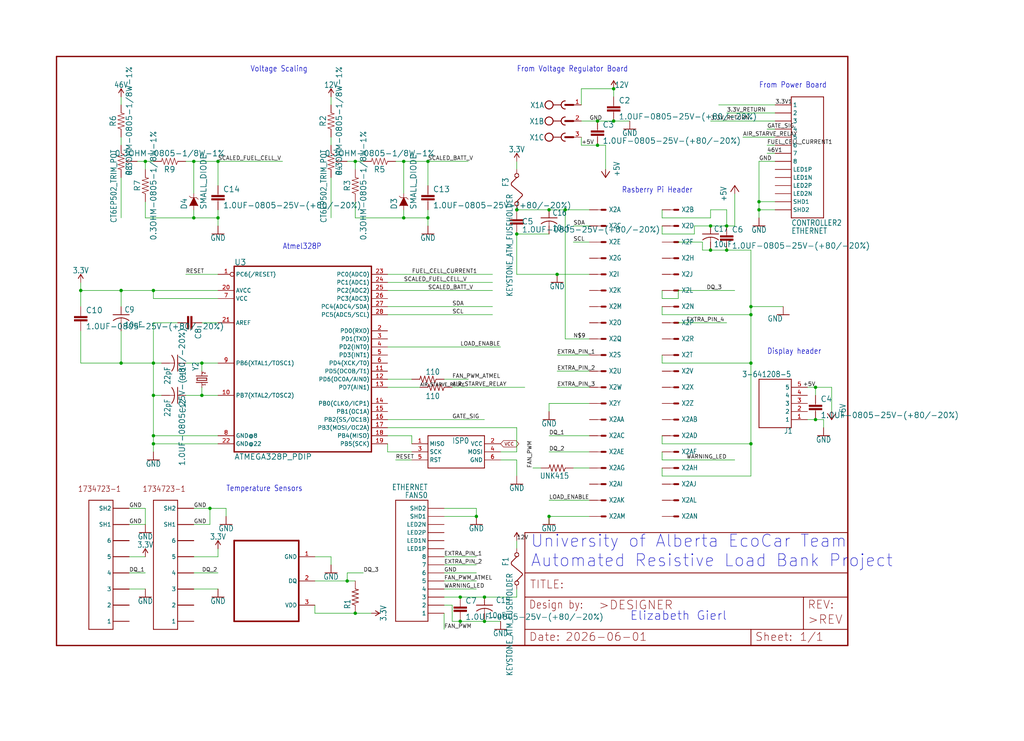
<source format=kicad_sch>
(kicad_sch (version 20230121) (generator eeschema)
  (paper "User" 322.148 233.274)
  (junction (at 68.58 68.58))
  (junction (at 111.76 193.04))
  (junction (at 134.62 50.8))
  (junction (at 38.1 91.44))
  (junction (at 45.72 50.8))
  (junction (at 109.22 182.88))
  (junction (at 228.6 71.12))
  (junction (at 175.26 86.36))
  (junction (at 68.58 50.8))
  (junction (at 172.72 66.04))
  (junction (at 144.78 195.58))
  (junction (at 236.22 96.52))
  (junction (at 256.54 132.08))
  (junction (at 38.1 114.3))
  (junction (at 60.96 68.58))
  (junction (at 48.26 139.7))
  (junction (at 238.76 63.5))
  (junction (at 193.04 38.1))
  (junction (at 144.78 187.96))
  (junction (at 152.4 187.96))
  (junction (at 127 68.58))
  (junction (at 48.26 124.46))
  (junction (at 236.22 114.3))
  (junction (at 187.96 45.72))
  (junction (at 256.54 121.92))
  (junction (at 223.52 78.74))
  (junction (at 152.4 195.58))
  (junction (at 63.5 124.46))
  (junction (at 162.56 66.04))
  (junction (at 223.52 71.12))
  (junction (at 162.56 73.66))
  (junction (at 193.04 27.94))
  (junction (at 48.26 91.44))
  (junction (at 127 50.8))
  (junction (at 48.26 114.3))
  (junction (at 177.8 66.04))
  (junction (at 63.5 114.3))
  (junction (at 187.96 38.1))
  (junction (at 25.4 91.44))
  (junction (at 60.96 50.8))
  (junction (at 238.76 66.04))
  (junction (at 48.26 137.16))
  (junction (at 66.04 160.02))
  (junction (at 134.62 68.58))
  (junction (at 172.72 162.56))
  (junction (at 228.6 78.74))
  (junction (at 149.86 162.56))
  (junction (at 236.22 139.7))
  (junction (at 236.22 99.06))
  (junction (at 111.76 50.8))
  (wire (pts (xy 38.1 104.14) (xy 38.1 114.3)) (stroke (width 0.1524)))
  (wire (pts (xy 38.1 91.44) (xy 38.1 96.52)) (stroke (width 0.1524)))
  (wire (pts (xy 185.42 71.12) (xy 180.34 71.12)) (stroke (width 0.1524)))
  (wire (pts (xy 190.5 45.72) (xy 190.5 53.34)) (stroke (width 0.1524)))
  (wire (pts (xy 109.22 182.88) (xy 109.22 180.34)) (stroke (width 0.1524)))
  (wire (pts (xy 157.48 109.22) (xy 121.92 109.22)) (stroke (width 0.1524)))
  (wire (pts (xy 236.22 78.74) (xy 236.22 96.52)) (stroke (width 0.1524)))
  (wire (pts (xy 124.46 50.8) (xy 127 50.8)) (stroke (width 0.1524)))
  (wire (pts (xy 218.44 71.12) (xy 218.44 73.66)) (stroke (width 0.1524)))
  (wire (pts (xy 38.1 43.18) (xy 38.1 45.72)) (stroke (width 0.1524)))
  (wire (pts (xy 121.92 142.24) (xy 129.54 142.24)) (stroke (width 0.1524)))
  (wire (pts (xy 144.78 195.58) (xy 152.4 195.58)) (stroke (width 0.1524)))
  (wire (pts (xy 185.42 157.48) (xy 172.72 157.48)) (stroke (width 0.1524)))
  (wire (pts (xy 58.42 50.8) (xy 60.96 50.8)) (stroke (width 0.1524)))
  (wire (pts (xy 111.76 68.58) (xy 127 68.58)) (stroke (width 0.1524)))
  (wire (pts (xy 68.58 66.04) (xy 68.58 68.58)) (stroke (width 0.1524)))
  (wire (pts (xy 185.42 121.92) (xy 175.26 121.92)) (stroke (width 0.1524)))
  (wire (pts (xy 45.72 50.8) (xy 48.26 50.8)) (stroke (width 0.1524)))
  (wire (pts (xy 213.36 76.2) (xy 220.98 76.2)) (stroke (width 0.1524)))
  (wire (pts (xy 104.14 55.88) (xy 104.14 68.58)) (stroke (width 0.1524)))
  (wire (pts (xy 60.96 50.8) (xy 68.58 50.8)) (stroke (width 0.1524)))
  (wire (pts (xy 175.26 86.36) (xy 185.42 86.36)) (stroke (width 0.1524)))
  (wire (pts (xy 25.4 114.3) (xy 38.1 114.3)) (stroke (width 0.1524)))
  (wire (pts (xy 208.28 114.3) (xy 236.22 114.3)) (stroke (width 0.1524)))
  (wire (pts (xy 261.62 121.92) (xy 261.62 129.54)) (stroke (width 0.1524)))
  (wire (pts (xy 256.54 132.08) (xy 259.08 132.08)) (stroke (width 0.1524)))
  (wire (pts (xy 139.7 190.5) (xy 142.24 190.5)) (stroke (width 0.1524)))
  (wire (pts (xy 208.28 68.58) (xy 208.28 66.04)) (stroke (width 0.1524)))
  (wire (pts (xy 48.26 124.46) (xy 48.26 137.16)) (stroke (width 0.1524)))
  (wire (pts (xy 223.52 66.04) (xy 223.52 68.58)) (stroke (width 0.1524)))
  (wire (pts (xy 109.22 182.88) (xy 111.76 182.88)) (stroke (width 0.1524)))
  (wire (pts (xy 139.7 187.96) (xy 144.78 187.96)) (stroke (width 0.1524)))
  (wire (pts (xy 60.96 68.58) (xy 68.58 68.58)) (stroke (width 0.1524)))
  (wire (pts (xy 256.54 121.92) (xy 261.62 121.92)) (stroke (width 0.1524)))
  (wire (pts (xy 152.4 187.96) (xy 162.56 187.96)) (stroke (width 0.1524)))
  (wire (pts (xy 55.88 101.6) (xy 48.26 101.6)) (stroke (width 0.1524)))
  (wire (pts (xy 236.22 99.06) (xy 236.22 96.52)) (stroke (width 0.1524)))
  (wire (pts (xy 228.6 78.74) (xy 236.22 78.74)) (stroke (width 0.1524)))
  (wire (pts (xy 25.4 104.14) (xy 25.4 114.3)) (stroke (width 0.1524)))
  (wire (pts (xy 60.96 66.04) (xy 60.96 68.58)) (stroke (width 0.1524)))
  (wire (pts (xy 121.92 119.38) (xy 129.54 119.38)) (stroke (width 0.1524)))
  (wire (pts (xy 121.92 139.7) (xy 121.92 142.24)) (stroke (width 0.1524)))
  (wire (pts (xy 213.36 91.44) (xy 231.14 91.44)) (stroke (width 0.1524)))
  (wire (pts (xy 48.26 91.44) (xy 38.1 91.44)) (stroke (width 0.1524)))
  (wire (pts (xy 66.04 160.02) (xy 60.96 160.02)) (stroke (width 0.1524)))
  (wire (pts (xy 185.42 111.76) (xy 175.26 111.76)) (stroke (width 0.1524)))
  (wire (pts (xy 132.08 121.92) (xy 121.92 121.92)) (stroke (width 0.1524)))
  (wire (pts (xy 162.56 73.66) (xy 162.56 86.36)) (stroke (width 0.1524)))
  (wire (pts (xy 162.56 50.8) (xy 162.56 53.34)) (stroke (width 0.1524)))
  (wire (pts (xy 208.28 139.7) (xy 236.22 139.7)) (stroke (width 0.1524)))
  (wire (pts (xy 48.26 114.3) (xy 48.26 124.46)) (stroke (width 0.1524)))
  (wire (pts (xy 45.72 68.58) (xy 60.96 68.58)) (stroke (width 0.1524)))
  (wire (pts (xy 40.64 175.26) (xy 45.72 175.26)) (stroke (width 0.1524)))
  (wire (pts (xy 193.04 38.1) (xy 198.12 38.1)) (stroke (width 0.1524)))
  (wire (pts (xy 238.76 66.04) (xy 238.76 68.58)) (stroke (width 0.1524)))
  (wire (pts (xy 68.58 175.26) (xy 68.58 172.72)) (stroke (width 0.1524)))
  (wire (pts (xy 231.14 71.12) (xy 228.6 71.12)) (stroke (width 0.1524)))
  (wire (pts (xy 154.94 96.52) (xy 121.92 96.52)) (stroke (width 0.1524)))
  (wire (pts (xy 238.76 63.5) (xy 238.76 66.04)) (stroke (width 0.1524)))
  (wire (pts (xy 40.64 165.1) (xy 45.72 165.1)) (stroke (width 0.1524)))
  (wire (pts (xy 226.06 33.02) (xy 243.84 33.02)) (stroke (width 0.1524)))
  (wire (pts (xy 185.42 76.2) (xy 180.34 76.2)) (stroke (width 0.1524)))
  (wire (pts (xy 68.58 137.16) (xy 48.26 137.16)) (stroke (width 0.1524)))
  (wire (pts (xy 185.42 147.32) (xy 180.34 147.32)) (stroke (width 0.1524)))
  (wire (pts (xy 111.76 63.5) (xy 111.76 68.58)) (stroke (width 0.1524)))
  (wire (pts (xy 177.8 66.04) (xy 185.42 66.04)) (stroke (width 0.1524)))
  (wire (pts (xy 45.72 63.5) (xy 45.72 68.58)) (stroke (width 0.1524)))
  (wire (pts (xy 121.92 132.08) (xy 152.4 132.08)) (stroke (width 0.1524)))
  (wire (pts (xy 208.28 73.66) (xy 208.28 71.12)) (stroke (width 0.1524)))
  (wire (pts (xy 50.8 114.3) (xy 48.26 114.3)) (stroke (width 0.1524)))
  (wire (pts (xy 172.72 127) (xy 172.72 129.54)) (stroke (width 0.1524)))
  (wire (pts (xy 243.84 45.72) (xy 241.3 45.72)) (stroke (width 0.1524)))
  (wire (pts (xy 154.94 88.9) (xy 121.92 88.9)) (stroke (width 0.1524)))
  (wire (pts (xy 208.28 93.98) (xy 208.28 91.44)) (stroke (width 0.1524)))
  (wire (pts (xy 139.7 180.34) (xy 149.86 180.34)) (stroke (width 0.1524)))
  (wire (pts (xy 38.1 33.02) (xy 38.1 30.48)) (stroke (width 0.1524)))
  (wire (pts (xy 111.76 193.04) (xy 116.84 193.04)) (stroke (width 0.1524)))
  (wire (pts (xy 111.76 50.8) (xy 114.3 50.8)) (stroke (width 0.1524)))
  (wire (pts (xy 38.1 55.88) (xy 38.1 68.58)) (stroke (width 0.1524)))
  (wire (pts (xy 162.56 73.66) (xy 172.72 73.66)) (stroke (width 0.1524)))
  (wire (pts (xy 172.72 66.04) (xy 177.8 66.04)) (stroke (width 0.1524)))
  (wire (pts (xy 172.72 142.24) (xy 185.42 142.24)) (stroke (width 0.1524)))
  (wire (pts (xy 68.58 139.7) (xy 48.26 139.7)) (stroke (width 0.1524)))
  (wire (pts (xy 182.88 38.1) (xy 187.96 38.1)) (stroke (width 0.1524)))
  (wire (pts (xy 182.88 27.94) (xy 193.04 27.94)) (stroke (width 0.1524)))
  (wire (pts (xy 162.56 66.04) (xy 172.72 66.04)) (stroke (width 0.1524)))
  (wire (pts (xy 134.62 50.8) (xy 147.32 50.8)) (stroke (width 0.1524)))
  (wire (pts (xy 99.06 193.04) (xy 111.76 193.04)) (stroke (width 0.1524)))
  (wire (pts (xy 48.26 137.16) (xy 48.26 139.7)) (stroke (width 0.1524)))
  (wire (pts (xy 220.98 76.2) (xy 220.98 78.74)) (stroke (width 0.1524)))
  (wire (pts (xy 177.8 106.68) (xy 185.42 106.68)) (stroke (width 0.1524)))
  (wire (pts (xy 121.92 86.36) (xy 154.94 86.36)) (stroke (width 0.1524)))
  (wire (pts (xy 228.6 35.56) (xy 243.84 35.56)) (stroke (width 0.1524)))
  (wire (pts (xy 243.84 43.18) (xy 233.68 43.18)) (stroke (width 0.1524)))
  (wire (pts (xy 162.56 187.96) (xy 162.56 185.42)) (stroke (width 0.1524)))
  (wire (pts (xy 256.54 121.92) (xy 256.54 124.46)) (stroke (width 0.1524)))
  (wire (pts (xy 48.26 101.6) (xy 48.26 114.3)) (stroke (width 0.1524)))
  (wire (pts (xy 58.42 124.46) (xy 63.5 124.46)) (stroke (width 0.1524)))
  (wire (pts (xy 254 121.92) (xy 256.54 121.92)) (stroke (width 0.1524)))
  (wire (pts (xy 139.7 185.42) (xy 149.86 185.42)) (stroke (width 0.1524)))
  (wire (pts (xy 48.26 139.7) (xy 48.26 142.24)) (stroke (width 0.1524)))
  (wire (pts (xy 99.06 182.88) (xy 109.22 182.88)) (stroke (width 0.1524)))
  (wire (pts (xy 243.84 48.26) (xy 241.3 48.26)) (stroke (width 0.1524)))
  (wire (pts (xy 25.4 91.44) (xy 25.4 96.52)) (stroke (width 0.1524)))
  (wire (pts (xy 177.8 66.04) (xy 177.8 106.68)) (stroke (width 0.1524)))
  (wire (pts (xy 66.04 160.02) (xy 71.12 160.02)) (stroke (width 0.1524)))
  (wire (pts (xy 58.42 86.36) (xy 68.58 86.36)) (stroke (width 0.1524)))
  (wire (pts (xy 121.92 99.06) (xy 154.94 99.06)) (stroke (width 0.1524)))
  (wire (pts (xy 182.88 45.72) (xy 187.96 45.72)) (stroke (width 0.1524)))
  (wire (pts (xy 71.12 160.02) (xy 71.12 162.56)) (stroke (width 0.1524)))
  (wire (pts (xy 139.7 160.02) (xy 149.86 160.02)) (stroke (width 0.1524)))
  (wire (pts (xy 139.7 175.26) (xy 149.86 175.26)) (stroke (width 0.1524)))
  (wire (pts (xy 109.22 50.8) (xy 111.76 50.8)) (stroke (width 0.1524)))
  (wire (pts (xy 68.58 91.44) (xy 48.26 91.44)) (stroke (width 0.1524)))
  (wire (pts (xy 228.6 66.04) (xy 228.6 71.12)) (stroke (width 0.1524)))
  (wire (pts (xy 223.52 68.58) (xy 208.28 68.58)) (stroke (width 0.1524)))
  (wire (pts (xy 68.58 93.98) (xy 48.26 93.98)) (stroke (width 0.1524)))
  (wire (pts (xy 142.24 195.58) (xy 144.78 195.58)) (stroke (width 0.1524)))
  (wire (pts (xy 162.56 172.72) (xy 162.56 170.18)) (stroke (width 0.1524)))
  (wire (pts (xy 68.58 68.58) (xy 68.58 71.12)) (stroke (width 0.1524)))
  (wire (pts (xy 63.5 116.84) (xy 63.5 114.3)) (stroke (width 0.1524)))
  (wire (pts (xy 238.76 50.8) (xy 238.76 63.5)) (stroke (width 0.1524)))
  (wire (pts (xy 170.18 147.32) (xy 167.64 147.32)) (stroke (width 0.1524)))
  (wire (pts (xy 48.26 124.46) (xy 50.8 124.46)) (stroke (width 0.1524)))
  (wire (pts (xy 134.62 66.04) (xy 134.62 68.58)) (stroke (width 0.1524)))
  (wire (pts (xy 104.14 43.18) (xy 104.14 45.72)) (stroke (width 0.1524)))
  (wire (pts (xy 60.96 165.1) (xy 66.04 165.1)) (stroke (width 0.1524)))
  (wire (pts (xy 236.22 149.86) (xy 236.22 139.7)) (stroke (width 0.1524)))
  (wire (pts (xy 172.72 162.56) (xy 172.72 165.1)) (stroke (width 0.1524)))
  (wire (pts (xy 172.72 137.16) (xy 185.42 137.16)) (stroke (width 0.1524)))
  (wire (pts (xy 259.08 132.08) (xy 259.08 134.62)) (stroke (width 0.1524)))
  (wire (pts (xy 243.84 38.1) (xy 223.52 38.1)) (stroke (width 0.1524)))
  (wire (pts (xy 66.04 165.1) (xy 66.04 160.02)) (stroke (width 0.1524)))
  (wire (pts (xy 63.5 114.3) (xy 58.42 114.3)) (stroke (width 0.1524)))
  (wire (pts (xy 208.28 93.98) (xy 213.36 93.98)) (stroke (width 0.1524)))
  (wire (pts (xy 154.94 91.44) (xy 121.92 91.44)) (stroke (width 0.1524)))
  (wire (pts (xy 99.06 175.26) (xy 104.14 175.26)) (stroke (width 0.1524)))
  (wire (pts (xy 208.28 111.76) (xy 208.28 114.3)) (stroke (width 0.1524)))
  (wire (pts (xy 236.22 139.7) (xy 236.22 114.3)) (stroke (width 0.1524)))
  (wire (pts (xy 38.1 114.3) (xy 48.26 114.3)) (stroke (width 0.1524)))
  (wire (pts (xy 40.64 180.34) (xy 45.72 180.34)) (stroke (width 0.1524)))
  (wire (pts (xy 218.44 73.66) (xy 208.28 73.66)) (stroke (width 0.1524)))
  (wire (pts (xy 109.22 180.34) (xy 114.3 180.34)) (stroke (width 0.1524)))
  (wire (pts (xy 208.28 149.86) (xy 236.22 149.86)) (stroke (width 0.1524)))
  (wire (pts (xy 139.7 182.88) (xy 149.86 182.88)) (stroke (width 0.1524)))
  (wire (pts (xy 208.28 142.24) (xy 208.28 144.78)) (stroke (width 0.1524)))
  (wire (pts (xy 60.96 180.34) (xy 68.58 180.34)) (stroke (width 0.1524)))
  (wire (pts (xy 139.7 193.04) (xy 139.7 198.12)) (stroke (width 0.1524)))
  (wire (pts (xy 139.7 119.38) (xy 147.32 119.38)) (stroke (width 0.1524)))
  (wire (pts (xy 134.62 50.8) (xy 134.62 58.42)) (stroke (width 0.1524)))
  (wire (pts (xy 127 60.96) (xy 127 50.8)) (stroke (width 0.1524)))
  (wire (pts (xy 129.54 137.16) (xy 129.54 139.7)) (stroke (width 0.1524)))
  (wire (pts (xy 208.28 96.52) (xy 208.28 99.06)) (stroke (width 0.1524)))
  (wire (pts (xy 187.96 38.1) (xy 193.04 38.1)) (stroke (width 0.1524)))
  (wire (pts (xy 208.28 147.32) (xy 208.28 149.86)) (stroke (width 0.1524)))
  (wire (pts (xy 40.64 185.42) (xy 45.72 185.42)) (stroke (width 0.1524)))
  (wire (pts (xy 63.5 124.46) (xy 68.58 124.46)) (stroke (width 0.1524)))
  (wire (pts (xy 223.52 78.74) (xy 228.6 78.74)) (stroke (width 0.1524)))
  (wire (pts (xy 63.5 121.92) (xy 63.5 124.46)) (stroke (width 0.1524)))
  (wire (pts (xy 104.14 33.02) (xy 104.14 30.48)) (stroke (width 0.1524)))
  (wire (pts (xy 142.24 190.5) (xy 142.24 195.58)) (stroke (width 0.1524)))
  (wire (pts (xy 45.72 160.02) (xy 45.72 165.1)) (stroke (width 0.1524)))
  (wire (pts (xy 134.62 68.58) (xy 134.62 71.12)) (stroke (width 0.1524)))
  (wire (pts (xy 68.58 114.3) (xy 63.5 114.3)) (stroke (width 0.1524)))
  (wire (pts (xy 182.88 43.18) (xy 182.88 45.72)) (stroke (width 0.1524)))
  (wire (pts (xy 68.58 50.8) (xy 68.58 58.42)) (stroke (width 0.1524)))
  (wire (pts (xy 60.96 185.42) (xy 68.58 185.42)) (stroke (width 0.1524)))
  (wire (pts (xy 185.42 116.84) (xy 175.26 116.84)) (stroke (width 0.1524)))
  (wire (pts (xy 68.58 50.8) (xy 88.9 50.8)) (stroke (width 0.1524)))
  (wire (pts (xy 193.04 27.94) (xy 193.04 30.48)) (stroke (width 0.1524)))
  (wire (pts (xy 25.4 88.9) (xy 25.4 91.44)) (stroke (width 0.1524)))
  (wire (pts (xy 152.4 195.58) (xy 157.48 195.58)) (stroke (width 0.1524)))
  (wire (pts (xy 142.24 121.92) (xy 165.1 121.92)) (stroke (width 0.1524)))
  (wire (pts (xy 38.1 91.44) (xy 25.4 91.44)) (stroke (width 0.1524)))
  (wire (pts (xy 185.42 127) (xy 172.72 127)) (stroke (width 0.1524)))
  (wire (pts (xy 236.22 114.3) (xy 236.22 99.06)) (stroke (width 0.1524)))
  (wire (pts (xy 45.72 50.8) (xy 45.72 53.34)) (stroke (width 0.1524)))
  (wire (pts (xy 187.96 45.72) (xy 190.5 45.72)) (stroke (width 0.1524)))
  (wire (pts (xy 243.84 66.04) (xy 238.76 66.04)) (stroke (width 0.1524)))
  (wire (pts (xy 157.48 144.78) (xy 162.56 144.78)) (stroke (width 0.1524)))
  (wire (pts (xy 60.96 60.96) (xy 60.96 50.8)) (stroke (width 0.1524)))
  (wire (pts (xy 243.84 50.8) (xy 238.76 50.8)) (stroke (width 0.1524)))
  (wire (pts (xy 228.6 71.12) (xy 223.52 71.12)) (stroke (width 0.1524)))
  (wire (pts (xy 185.42 162.56) (xy 172.72 162.56)) (stroke (width 0.1524)))
  (wire (pts (xy 127 66.04) (xy 127 68.58)) (stroke (width 0.1524)))
  (wire (pts (xy 220.98 78.74) (xy 223.52 78.74)) (stroke (width 0.1524)))
  (wire (pts (xy 104.14 175.26) (xy 104.14 177.8)) (stroke (width 0.1524)))
  (wire (pts (xy 149.86 160.02) (xy 149.86 162.56)) (stroke (width 0.1524)))
  (wire (pts (xy 243.84 40.64) (xy 241.3 40.64)) (stroke (width 0.1524)))
  (wire (pts (xy 99.06 190.5) (xy 99.06 193.04)) (stroke (width 0.1524)))
  (wire (pts (xy 111.76 50.8) (xy 111.76 53.34)) (stroke (width 0.1524)))
  (wire (pts (xy 213.36 91.44) (xy 213.36 93.98)) (stroke (width 0.1524)))
  (wire (pts (xy 129.54 144.78) (xy 124.46 144.78)) (stroke (width 0.1524)))
  (wire (pts (xy 162.56 142.24) (xy 157.48 142.24)) (stroke (width 0.1524)))
  (wire (pts (xy 127 68.58) (xy 134.62 68.58)) (stroke (width 0.1524)))
  (wire (pts (xy 208.28 144.78) (xy 231.14 144.78)) (stroke (width 0.1524)))
  (wire (pts (xy 162.56 144.78) (xy 162.56 149.86)) (stroke (width 0.1524)))
  (wire (pts (xy 139.7 162.56) (xy 149.86 162.56)) (stroke (width 0.1524)))
  (wire (pts (xy 68.58 101.6) (xy 63.5 101.6)) (stroke (width 0.1524)))
  (wire (pts (xy 182.88 33.02) (xy 182.88 27.94)) (stroke (width 0.1524)))
  (wire (pts (xy 243.84 63.5) (xy 238.76 63.5)) (stroke (width 0.1524)))
  (wire (pts (xy 162.56 134.62) (xy 162.56 142.24)) (stroke (width 0.1524)))
  (wire (pts (xy 231.14 60.96) (xy 231.14 71.12)) (stroke (width 0.1524)))
  (wire (pts (xy 121.92 137.16) (xy 129.54 137.16)) (stroke (width 0.1524)))
  (wire (pts (xy 236.22 96.52) (xy 246.38 96.52)) (stroke (width 0.1524)))
  (wire (pts (xy 139.7 177.8) (xy 149.86 177.8)) (stroke (width 0.1524)))
  (wire (pts (xy 60.96 175.26) (xy 68.58 175.26)) (stroke (width 0.1524)))
  (wire (pts (xy 254 132.08) (xy 256.54 132.08)) (stroke (width 0.1524)))
  (wire (pts (xy 162.56 86.36) (xy 175.26 86.36)) (stroke (width 0.1524)))
  (wire (pts (xy 127 50.8) (xy 134.62 50.8)) (stroke (width 0.1524)))
  (wire (pts (xy 223.52 71.12) (xy 218.44 71.12)) (stroke (width 0.1524)))
  (wire (pts (xy 48.26 93.98) (xy 48.26 91.44)) (stroke (width 0.1524)))
  (wire (pts (xy 208.28 137.16) (xy 208.28 139.7)) (stroke (width 0.1524)))
  (wire (pts (xy 208.28 99.06) (xy 236.22 99.06)) (stroke (width 0.1524)))
  (wire (pts (xy 213.36 101.6) (xy 228.6 101.6)) (stroke (width 0.1524)))
  (wire (pts (xy 228.6 66.04) (xy 223.52 66.04)) (stroke (width 0.1524)))
  (wire (pts (xy 43.18 50.8) (xy 45.72 50.8)) (stroke (width 0.1524)))
  (wire (pts (xy 121.92 134.62) (xy 162.56 134.62)) (stroke (width 0.1524)))
  (wire (pts (xy 144.78 187.96) (xy 152.4 187.96)) (stroke (width 0.1524)))
  (wire (pts (xy 40.64 160.02) (xy 45.72 160.02)) (stroke (width 0.1524)))
  (text "University of Alberta EcoCar Team\nAutomated Resistive Load Bank Project" (at 166.878 178.816 0) (effects (font (size 3.81 3.81)) (justify left bottom)))
  (text "Voltage Scaling" (at 78.74 22.86 0) (effects (font (size 1.778 1.5113)) (justify left bottom)))
  (text "Rasberry Pi Header" (at 195.58 60.96 0) (effects (font (size 1.778 1.5113)) (justify left bottom)))
  (text "Display header" (at 241.3 111.76 0) (effects (font (size 1.778 1.5113)) (justify left bottom)))
  (text "Atmel328P" (at 88.9 78.74 0) (effects (font (size 1.778 1.5113)) (justify left bottom)))
  (text "Temperature Sensors" (at 71.12 154.94 0) (effects (font (size 1.778 1.5113)) (justify left bottom)))
  (text "Elizabeth Gierl" (at 198.12 195.58 0) (effects (font (size 2.7432 2.7432)) (justify left bottom)))
  (text "From Voltage Regulator Board" (at 162.56 22.86 0) (effects (font (size 1.778 1.5113)) (justify left bottom)))
  (text "From Power Board" (at 238.76 27.94 0) (effects (font (size 1.778 1.5113)) (justify left bottom)))
  (label "SCALED_FUEL_CELL_V" (at 68.58 50.8 0) (effects (font (size 1.2446 1.2446))))
  (label "GATE_SIG" (at 142.24 132.08 0) (effects (font (size 1.2446 1.2446))))
  (label "GND" (at 40.64 165.1 0) (effects (font (size 1.2446 1.2446))))
  (label "DQ_1" (at 172.72 137.16 0) (effects (font (size 1.2446 1.2446))))
  (label "FUEL_CELL_CURRENT1" (at 129.54 86.36 0) (effects (font (size 1.2446 1.2446))))
  (label "EXTRA_PIN_1" (at 139.7 175.26 0) (effects (font (size 1.2446 1.2446))))
  (label "SDA" (at 180.34 71.12 0) (effects (font (size 1.2446 1.2446))))
  (label "SDA" (at 142.24 96.52 0) (effects (font (size 1.2446 1.2446))))
  (label "GND" (at 60.96 165.1 0) (effects (font (size 1.2446 1.2446))))
  (label "46V1" (at 241.3 48.26 0) (effects (font (size 1.2446 1.2446))))
  (label "LOAD_ENABLE" (at 172.72 157.48 0) (effects (font (size 1.2446 1.2446))))
  (label "LOAD_ENABLE" (at 144.78 109.22 0) (effects (font (size 1.2446 1.2446))))
  (label "RESET" (at 58.42 86.36 0) (effects (font (size 1.2446 1.2446))))
  (label "GATE_SIG" (at 241.3 40.64 0) (effects (font (size 1.2446 1.2446))))
  (label "DQ_3" (at 114.3 180.34 0) (effects (font (size 1.2446 1.2446))))
  (label "3.3V_RETURN" (at 223.52 38.1 0) (effects (font (size 1.2446 1.2446))))
  (label "GND" (at 40.64 160.02 0) (effects (font (size 1.2446 1.2446))))
  (label "SCL" (at 180.34 76.2 0) (effects (font (size 1.2446 1.2446))))
  (label "WARNING_LED" (at 215.9 144.78 0) (effects (font (size 1.2446 1.2446))))
  (label "+5V" (at 182.88 45.72 0) (effects (font (size 1.2446 1.2446))))
  (label "3.3V1" (at 243.84 33.02 0) (effects (font (size 1.2446 1.2446))))
  (label "GND" (at 139.7 180.34 0) (effects (font (size 1.2446 1.2446))))
  (label "EXTRA_PIN_2" (at 139.7 177.8 0) (effects (font (size 1.2446 1.2446))))
  (label "FAN_PWM" (at 167.64 147.32 90) (effects (font (size 1.2446 1.2446))))
  (label "EXTRA_PIN_2" (at 175.26 116.84 0) (effects (font (size 1.2446 1.2446))))
  (label "SCALED_BATT_V" (at 134.62 91.44 0) (effects (font (size 1.2446 1.2446))))
  (label "AIR_STARVE_RELAY" (at 233.68 43.18 0) (effects (font (size 1.2446 1.2446))))
  (label "DQ_3" (at 222.25 91.44 0) (effects (font (size 1.2446 1.2446))))
  (label "EXTRA_PIN_4" (at 215.9 101.6 0) (effects (font (size 1.2446 1.2446))))
  (label "DQ_2" (at 63.5 180.34 0) (effects (font (size 1.2446 1.2446))))
  (label "3.3V_RETURN" (at 228.6 35.56 0) (effects (font (size 1.2446 1.2446))))
  (label "FAN_PWM_ATMEL" (at 139.7 182.88 0) (effects (font (size 1.2446 1.2446))))
  (label "DQ_2" (at 172.72 142.24 0) (effects (font (size 1.2446 1.2446))))
  (label "SCL" (at 142.24 99.06 0) (effects (font (size 1.2446 1.2446))))
  (label "FUEL_CELL_CURRENT1" (at 241.3 45.72 0) (effects (font (size 1.2446 1.2446))))
  (label "12V" (at 162.56 170.18 0) (effects (font (size 1.2446 1.2446))))
  (label "GND" (at 238.76 50.8 0) (effects (font (size 1.2446 1.2446))))
  (label "FAN_PWM_ATMEL" (at 142.24 119.38 0) (effects (font (size 1.2446 1.2446))))
  (label "FAN_PWM" (at 139.7 198.12 0) (effects (font (size 1.2446 1.2446))))
  (label "RESET" (at 124.46 144.78 0) (effects (font (size 1.2446 1.2446))))
  (label "AIR_STARVE_RELAY" (at 132.08 121.92 0) (effects (font (size 1.016 1.016))))
  (label "GND" (at 185.42 38.1 0) (effects (font (size 1.2446 1.2446))))
  (label "EXTRA_PIN_1" (at 175.26 111.76 0) (effects (font (size 1.2446 1.2446))))
  (label "DQ_1" (at 40.64 180.34 0) (effects (font (size 1.2446 1.2446))))
  (label "EXTRA_PIN_3" (at 175.26 121.92 0) (effects (font (size 1.2446 1.2446))))
  (label "+5V" (at 256.54 121.92 180) (effects (font (size 1.2446 1.2446))))
  (label "SCALED_BATT_V" (at 134.62 50.8 0) (effects (font (size 1.2446 1.2446))))
  (label "SCALED_FUEL_CELL_V" (at 127 88.9 0) (effects (font (size 1.2446 1.2446))))
  (label "AIR_STARVE_RELAY" (at 142.24 121.92 0) (effects (font (size 1.2446 1.2446))))
  (label "GND" (at 60.96 160.02 0) (effects (font (size 1.2446 1.2446))))
  (label "WARNING_LED" (at 139.7 185.42 0) (effects (font (size 1.2446 1.2446))))
  (label "N$9" (at 180.34 106.68 0) (effects (font (size 1.2446 1.2446))))
  (global_label "VCC" (shape bidirectional) (at 157.48 139.7 0) (effects (font (size 1.016 1.016))) (property "Intersheetrefs" "${INTERSHEET_REFS}" (effects hide)))
  (symbol (lib_id "CapstoneControllerBoardFINAL-eagle-import:12V") (at 104.14 30.48 0) (unit 1)
    (property "Reference" "#SUPPLY4" (effects hide))
    (property "Value" "12V" (at 104.14 27.686 0) (effects (font (size 1.778 1.5113)) (justify bottom)))
  )
  (symbol (lib_id "CapstoneControllerBoardFINAL-eagle-import:057-040-1") (at 190.5 147.32 0) (unit 33)
    (property "Reference" "X2" (at 191.516 148.082 0) (effects (font (size 1.524 1.2954)) (justify left bottom)))
    (property "Value" "057-040-1" (effects hide))
    (property "Footprint" "CapstoneControllerBoardFINAL:057-040-1" (effects hide))
  )
  (symbol (lib_id "CapstoneControllerBoardFINAL-eagle-import:R-US_R0805") (at 175.26 147.32 180) (unit 1)
    (property "Reference" "UNK415" (at 179.07 148.8186 0) (effects (font (size 1.778 1.5113)) (justify left bottom)))
    (property "Value" "R-US_R0805" (effects hide))
    (property "Footprint" "CapstoneControllerBoardFINAL:R0805" (effects hide))
  )
  (symbol (lib_id "CapstoneControllerBoardFINAL-eagle-import:1.0UF-0805-25V-(+80/-20%)") (at 193.04 35.56 0) (unit 1)
    (property "Reference" "C2" (at 194.564 32.639 0) (effects (font (size 1.778 1.778)) (justify left bottom)))
    (property "Value" "1.0UF-0805-25V-(+80/-20%)" (at 194.564 37.719 0) (effects (font (size 1.778 1.778)) (justify left bottom)))
    (property "Footprint" "CapstoneControllerBoardFINAL:0805" (effects hide))
  )
  (symbol (lib_id "CapstoneControllerBoardFINAL-eagle-import:057-040-1") (at 190.5 106.68 0) (unit 17)
    (property "Reference" "X2" (at 191.516 107.442 0) (effects (font (size 1.524 1.2954)) (justify left bottom)))
    (property "Value" "057-040-1" (effects hide))
    (property "Footprint" "CapstoneControllerBoardFINAL:057-040-1" (effects hide))
  )
  (symbol (lib_id "CapstoneControllerBoardFINAL-eagle-import:057-040-1") (at 213.36 96.52 0) (unit 14)
    (property "Reference" "X2" (at 214.376 97.282 0) (effects (font (size 1.524 1.2954)) (justify left bottom)))
    (property "Value" "057-040-1" (effects hide))
    (property "Footprint" "CapstoneControllerBoardFINAL:057-040-1" (effects hide))
  )
  (symbol (lib_id "CapstoneControllerBoardFINAL-eagle-import:1.0UF-0805-25V-(+80/-20%)") (at 256.54 129.54 0) (unit 1)
    (property "Reference" "C4" (at 258.064 126.619 0) (effects (font (size 1.778 1.778)) (justify left bottom)))
    (property "Value" "1.0UF-0805-25V-(+80/-20%)" (at 258.064 131.699 0) (effects (font (size 1.778 1.778)) (justify left bottom)))
    (property "Footprint" "CapstoneControllerBoardFINAL:0805" (effects hide))
  )
  (symbol (lib_id "CapstoneControllerBoardFINAL-eagle-import:057-040-1") (at 213.36 101.6 0) (unit 16)
    (property "Reference" "X2" (at 214.376 102.362 0) (effects (font (size 1.524 1.2954)) (justify left bottom)))
    (property "Value" "057-040-1" (effects hide))
    (property "Footprint" "CapstoneControllerBoardFINAL:057-040-1" (effects hide))
  )
  (symbol (lib_id "CapstoneControllerBoardFINAL-eagle-import:057-040-1") (at 213.36 142.24 0) (unit 32)
    (property "Reference" "X2" (at 214.376 143.002 0) (effects (font (size 1.524 1.2954)) (justify left bottom)))
    (property "Value" "057-040-1" (effects hide))
    (property "Footprint" "CapstoneControllerBoardFINAL:057-040-1" (effects hide))
  )
  (symbol (lib_id "CapstoneControllerBoardFINAL-eagle-import:CRYSTALHC49US") (at 63.5 119.38 90) (unit 1)
    (property "Reference" "Y2" (at 62.484 116.84 0) (effects (font (size 1.778 1.5113)) (justify left bottom)))
    (property "Value" "CRYSTALHC49US" (effects hide))
    (property "Footprint" "CapstoneControllerBoardFINAL:HC49US" (effects hide))
  )
  (symbol (lib_id "CapstoneControllerBoardFINAL-eagle-import:5555140-6") (at 33.02 182.88 180) (unit 1)
    (property "Reference" "E2" (effects hide))
    (property "Value" "5555140-6" (effects hide))
    (property "Footprint" "CapstoneControllerBoardFINAL:1734723-1_RJ11" (effects hide))
  )
  (symbol (lib_id "CapstoneControllerBoardFINAL-eagle-import:SMALL_DIODE") (at 127 63.5 90) (unit 1)
    (property "Reference" "D3" (at 124.968 66.04 0) (effects (font (size 1.778 1.778)) (justify left bottom)))
    (property "Value" "SMALL_DIODE" (at 129.032 66.04 0) (effects (font (size 1.778 1.778)) (justify left top)))
    (property "Footprint" "CapstoneControllerBoardFINAL:DO41-7.6" (effects hide))
  )
  (symbol (lib_id "CapstoneControllerBoardFINAL-eagle-import:057-040-1") (at 213.36 152.4 0) (unit 36)
    (property "Reference" "X2" (at 214.376 153.162 0) (effects (font (size 1.524 1.2954)) (justify left bottom)))
    (property "Value" "057-040-1" (effects hide))
    (property "Footprint" "CapstoneControllerBoardFINAL:057-040-1" (effects hide))
  )
  (symbol (lib_id "CapstoneControllerBoardFINAL-eagle-import:1.0UF-0805-25V-(+80/-20%)") (at 25.4 101.6 0) (unit 1)
    (property "Reference" "C10" (at 26.924 98.679 0) (effects (font (size 1.778 1.778)) (justify left bottom)))
    (property "Value" "1.0UF-0805-25V-(+80/-20%)" (at 26.924 103.759 0) (effects (font (size 1.778 1.778)) (justify left bottom)))
    (property "Footprint" "CapstoneControllerBoardFINAL:0805" (effects hide))
  )
  (symbol (lib_id "CapstoneControllerBoardFINAL-eagle-import:GND") (at 238.76 71.12 0) (unit 1)
    (property "Reference" "#GND1" (effects hide))
    (property "Value" "GND" (at 238.76 71.374 0) (effects (font (size 1.778 1.5113)) (justify top)))
  )
  (symbol (lib_id "CapstoneControllerBoardFINAL-eagle-import:C-USC0603") (at 38.1 99.06 0) (unit 1)
    (property "Reference" "C9" (at 39.116 98.425 0) (effects (font (size 1.778 1.5113)) (justify left bottom)))
    (property "Value" "10uF" (at 39.116 103.251 0) (effects (font (size 1.778 1.5113)) (justify left bottom)))
    (property "Footprint" "CapstoneControllerBoardFINAL:C0603" (effects hide))
  )
  (symbol (lib_id "CapstoneControllerBoardFINAL-eagle-import:057-040-1") (at 213.36 116.84 0) (unit 22)
    (property "Reference" "X2" (at 214.376 117.602 0) (effects (font (size 1.524 1.2954)) (justify left bottom)))
    (property "Value" "057-040-1" (effects hide))
    (property "Footprint" "CapstoneControllerBoardFINAL:057-040-1" (effects hide))
  )
  (symbol (lib_id "CapstoneControllerBoardFINAL-eagle-import:GND") (at 246.38 99.06 0) (unit 1)
    (property "Reference" "#GND12" (effects hide))
    (property "Value" "GND" (at 243.84 99.314 0) (effects (font (size 1.778 1.5113)) (justify top)))
  )
  (symbol (lib_id "CapstoneControllerBoardFINAL-eagle-import:GND") (at 68.58 187.96 0) (unit 1)
    (property "Reference" "#GND4" (effects hide))
    (property "Value" "GND" (at 68.58 188.214 0) (effects (font (size 1.778 1.5113)) (justify top)))
  )
  (symbol (lib_id "CapstoneControllerBoardFINAL-eagle-import:057-040-1") (at 213.36 91.44 0) (unit 12)
    (property "Reference" "X2" (at 214.376 92.202 0) (effects (font (size 1.524 1.2954)) (justify left bottom)))
    (property "Value" "057-040-1" (effects hide))
    (property "Footprint" "CapstoneControllerBoardFINAL:057-040-1" (effects hide))
  )
  (symbol (lib_id "CapstoneControllerBoardFINAL-eagle-import:057-040-1") (at 190.5 162.56 0) (unit 39)
    (property "Reference" "X2" (at 191.516 163.322 0) (effects (font (size 1.524 1.2954)) (justify left bottom)))
    (property "Value" "057-040-1" (effects hide))
    (property "Footprint" "CapstoneControllerBoardFINAL:057-040-1" (effects hide))
  )
  (symbol (lib_id "CapstoneControllerBoardFINAL-eagle-import:12V") (at 193.04 27.94 0) (unit 1)
    (property "Reference" "#SUPPLY1" (effects hide))
    (property "Value" "12V" (at 195.58 27.686 0) (effects (font (size 1.778 1.5113)) (justify bottom)))
  )
  (symbol (lib_id "CapstoneControllerBoardFINAL-eagle-import:057-040-1") (at 190.5 157.48 0) (unit 37)
    (property "Reference" "X2" (at 191.516 158.242 0) (effects (font (size 1.524 1.2954)) (justify left bottom)))
    (property "Value" "057-040-1" (effects hide))
    (property "Footprint" "CapstoneControllerBoardFINAL:057-040-1" (effects hide))
  )
  (symbol (lib_id "CapstoneControllerBoardFINAL-eagle-import:+5V") (at 231.14 58.42 0) (unit 1)
    (property "Reference" "#P+1" (effects hide))
    (property "Value" "+5V" (at 228.6 63.5 90) (effects (font (size 1.778 1.5113)) (justify left bottom)))
  )
  (symbol (lib_id "CapstoneControllerBoardFINAL-eagle-import:R-US_R0805") (at 111.76 187.96 90) (unit 1)
    (property "Reference" "R1" (at 110.2614 191.77 0) (effects (font (size 1.778 1.5113)) (justify left bottom)))
    (property "Value" "R-US_R0805" (effects hide))
    (property "Footprint" "CapstoneControllerBoardFINAL:R0805" (effects hide))
  )
  (symbol (lib_id "CapstoneControllerBoardFINAL-eagle-import:ATMEGA328P_PDIP") (at 83.82 93.98 0) (unit 1)
    (property "Reference" "U3" (at 73.66 83.566 0) (effects (font (size 1.778 1.778)) (justify left bottom)))
    (property "Value" "ATMEGA328P_PDIP" (at 73.66 142.748 0) (effects (font (size 1.778 1.778)) (justify left top)))
    (property "Footprint" "CapstoneControllerBoardFINAL:PDIP-T28" (effects hide))
  )
  (symbol (lib_id "CapstoneControllerBoardFINAL-eagle-import:057-040-1") (at 190.5 76.2 0) (unit 5)
    (property "Reference" "X2" (at 191.516 76.962 0) (effects (font (size 1.524 1.2954)) (justify left bottom)))
    (property "Value" "057-040-1" (effects hide))
    (property "Footprint" "CapstoneControllerBoardFINAL:057-040-1" (effects hide))
  )
  (symbol (lib_id "CapstoneControllerBoardFINAL-eagle-import:1.0UF-0805-25V-(+80/-20%)") (at 134.62 63.5 0) (unit 1)
    (property "Reference" "C13" (at 136.144 60.579 0) (effects (font (size 1.778 1.778)) (justify left bottom)))
    (property "Value" "1.0UF-0805-25V-(+80/-20%)" (at 136.144 65.659 0) (effects (font (size 1.778 1.778)) (justify left bottom)))
    (property "Footprint" "CapstoneControllerBoardFINAL:0805" (effects hide))
  )
  (symbol (lib_id "CapstoneControllerBoardFINAL-eagle-import:0.3OHM-0805-1/8W-1%") (at 111.76 58.42 90) (unit 1)
    (property "Reference" "R3" (at 110.236 58.42 0) (effects (font (size 1.778 1.778)) (justify bottom)))
    (property "Value" "0.3OHM-0805-1/8W-1%" (at 113.284 58.42 0) (effects (font (size 1.778 1.778)) (justify top)))
    (property "Footprint" "CapstoneControllerBoardFINAL:0805" (effects hide))
  )
  (symbol (lib_id "CapstoneControllerBoardFINAL-eagle-import:057-040-1") (at 213.36 106.68 0) (unit 18)
    (property "Reference" "X2" (at 214.376 107.442 0) (effects (font (size 1.524 1.2954)) (justify left bottom)))
    (property "Value" "057-040-1" (effects hide))
    (property "Footprint" "CapstoneControllerBoardFINAL:057-040-1" (effects hide))
  )
  (symbol (lib_id "CapstoneControllerBoardFINAL-eagle-import:DS18B") (at 73.66 170.18 0) (unit 1)
    (property "Reference" "U$2" (effects hide))
    (property "Value" "DS18B" (effects hide))
    (property "Footprint" "CapstoneControllerBoardFINAL:TO92" (effects hide))
  )
  (symbol (lib_id "CapstoneControllerBoardFINAL-eagle-import:+5V") (at 190.5 55.88 180) (unit 1)
    (property "Reference" "#P+2" (effects hide))
    (property "Value" "+5V" (at 193.04 50.8 90) (effects (font (size 1.778 1.5113)) (justify left bottom)))
  )
  (symbol (lib_id "CapstoneControllerBoardFINAL-eagle-import:AVRISP-BOX") (at 142.24 142.24 0) (unit 1)
    (property "Reference" "ISP0" (at 142.24 139.7 0) (effects (font (size 1.778 1.5113)) (justify left bottom)))
    (property "Value" "AVRISP-BOX" (effects hide))
    (property "Footprint" "CapstoneControllerBoardFINAL:AVRISP-BOX" (effects hide))
  )
  (symbol (lib_id "CapstoneControllerBoardFINAL-eagle-import:GND") (at 45.72 167.64 0) (unit 1)
    (property "Reference" "#GND5" (effects hide))
    (property "Value" "GND" (at 45.72 167.894 0) (effects (font (size 1.778 1.5113)) (justify top)))
  )
  (symbol (lib_id "CapstoneControllerBoardFINAL-eagle-import:057-040-1") (at 213.36 66.04 0) (unit 2)
    (property "Reference" "X2" (at 214.376 66.802 0) (effects (font (size 1.524 1.2954)) (justify left bottom)))
    (property "Value" "057-040-1" (effects hide))
    (property "Footprint" "CapstoneControllerBoardFINAL:057-040-1" (effects hide))
  )
  (symbol (lib_id "CapstoneControllerBoardFINAL-eagle-import:0.3OHM-0805-1/8W-1%") (at 38.1 38.1 90) (unit 1)
    (property "Reference" "R6" (at 36.576 38.1 0) (effects (font (size 1.778 1.778)) (justify bottom)))
    (property "Value" "0.3OHM-0805-1/8W-1%" (at 39.624 38.1 0) (effects (font (size 1.778 1.778)) (justify top)))
    (property "Footprint" "CapstoneControllerBoardFINAL:0805" (effects hide))
  )
  (symbol (lib_id "CapstoneControllerBoardFINAL-eagle-import:GND") (at 68.58 73.66 0) (unit 1)
    (property "Reference" "#GND15" (effects hide))
    (property "Value" "GND" (at 68.58 73.914 0) (effects (font (size 1.778 1.5113)) (justify top)))
  )
  (symbol (lib_id "CapstoneControllerBoardFINAL-eagle-import:057-040-1") (at 213.36 132.08 0) (unit 28)
    (property "Reference" "X2" (at 214.376 132.842 0) (effects (font (size 1.524 1.2954)) (justify left bottom)))
    (property "Value" "057-040-1" (effects hide))
    (property "Footprint" "CapstoneControllerBoardFINAL:057-040-1" (effects hide))
  )
  (symbol (lib_id "CapstoneControllerBoardFINAL-eagle-import:5555140-6") (at 53.34 182.88 180) (unit 1)
    (property "Reference" "E1" (effects hide))
    (property "Value" "5555140-6" (effects hide))
    (property "Footprint" "CapstoneControllerBoardFINAL:1734723-1_RJ11" (effects hide))
  )
  (symbol (lib_id "CapstoneControllerBoardFINAL-eagle-import:FRAME-LETTERNO_PACKAGE") (at 165.1 203.2 0) (unit 2)
    (property "Reference" "FRAME2" (effects hide))
    (property "Value" "FRAME-LETTERNO_PACKAGE" (effects hide))
    (property "Footprint" "CapstoneControllerBoardFINAL:DUMMY" (effects hide))
    (property "DESIGNER" "Elizabeth Gierl, Ben Vandenberg" (effects hide))
    (property "REV" "0.0" (effects hide))
  )
  (symbol (lib_id "CapstoneControllerBoardFINAL-eagle-import:0.3OHM-0805-1/8W-1%") (at 53.34 50.8 180) (unit 1)
    (property "Reference" "R9" (at 53.34 52.324 0) (effects (font (size 1.778 1.778)) (justify bottom)))
    (property "Value" "0.3OHM-0805-1/8W-1%" (at 53.34 49.276 0) (effects (font (size 1.778 1.778)) (justify top)))
    (property "Footprint" "CapstoneControllerBoardFINAL:0805" (effects hide))
  )
  (symbol (lib_id "CapstoneControllerBoardFINAL-eagle-import:057-040-1") (at 213.36 162.56 0) (unit 40)
    (property "Reference" "X2" (at 214.376 163.322 0) (effects (font (size 1.524 1.2954)) (justify left bottom)))
    (property "Value" "057-040-1" (effects hide))
    (property "Footprint" "CapstoneControllerBoardFINAL:057-040-1" (effects hide))
  )
  (symbol (lib_id "CapstoneControllerBoardFINAL-eagle-import:GND") (at 162.56 152.4 0) (unit 1)
    (property "Reference" "#GND9" (effects hide))
    (property "Value" "GND" (at 162.56 152.654 0) (effects (font (size 1.778 1.5113)) (justify top)))
  )
  (symbol (lib_id "CapstoneControllerBoardFINAL-eagle-import:3.3V") (at 25.4 88.9 0) (unit 1)
    (property "Reference" "#SUPPLY2" (effects hide))
    (property "Value" "3.3V" (at 25.4 86.106 0) (effects (font (size 1.778 1.5113)) (justify bottom)))
  )
  (symbol (lib_id "CapstoneControllerBoardFINAL-eagle-import:GND") (at 157.48 198.12 0) (unit 1)
    (property "Reference" "#GND17" (effects hide))
    (property "Value" "GND" (at 157.48 198.374 0) (effects (font (size 1.778 1.5113)) (justify top)))
  )
  (symbol (lib_id "CapstoneControllerBoardFINAL-eagle-import:KEYSTONE_ATM_FUSEHOLDER") (at 162.56 60.96 90) (mirror x) (unit 1)
    (property "Reference" "F3" (at 160.02 55.88 0) (effects (font (size 1.778 1.5113)) (justify left bottom)))
    (property "Value" "KEYSTONE_ATM_FUSEHOLDER" (at 161.29 60.96 0) (effects (font (size 1.778 1.5113)) (justify left bottom)))
    (property "Footprint" "CapstoneControllerBoardFINAL:KEYSTONE_ATM_FUSEHOLDER" (effects hide))
  )
  (symbol (lib_id "CapstoneControllerBoardFINAL-eagle-import:057-040-1") (at 190.5 121.92 0) (unit 23)
    (property "Reference" "X2" (at 191.516 122.682 0) (effects (font (size 1.524 1.2954)) (justify left bottom)))
    (property "Value" "057-040-1" (effects hide))
    (property "Footprint" "CapstoneControllerBoardFINAL:057-040-1" (effects hide))
  )
  (symbol (lib_id "CapstoneControllerBoardFINAL-eagle-import:GND") (at 172.72 165.1 0) (unit 1)
    (property "Reference" "#GND11" (effects hide))
    (property "Value" "GND" (at 172.72 165.354 0) (effects (font (size 1.778 1.5113)) (justify top)))
  )
  (symbol (lib_id "CapstoneControllerBoardFINAL-eagle-import:057-040-1") (at 190.5 127 0) (unit 25)
    (property "Reference" "X2" (at 191.516 127.762 0) (effects (font (size 1.524 1.2954)) (justify left bottom)))
    (property "Value" "057-040-1" (effects hide))
    (property "Footprint" "CapstoneControllerBoardFINAL:057-040-1" (effects hide))
  )
  (symbol (lib_id "CapstoneControllerBoardFINAL-eagle-import:CT6EP502_TRIM_POT") (at 38.1 50.8 270) (unit 1)
    (property "Reference" "R8" (at 39.5986 52.07 0) (effects (font (size 1.778 1.5113)) (justify left bottom)))
    (property "Value" "CT6EP502_TRIM_POT" (at 34.798 46.99 0) (effects (font (size 1.778 1.5113)) (justify left bottom)))
    (property "Footprint" "CapstoneControllerBoardFINAL:TRIM_POT" (effects hide))
  )
  (symbol (lib_id "CapstoneControllerBoardFINAL-eagle-import:C-USC0603") (at 152.4 190.5 0) (unit 1)
    (property "Reference" "C15" (at 155.956 189.865 0) (effects (font (size 1.778 1.5113)) (justify left bottom)))
    (property "Value" "10uF" (at 153.416 194.691 0) (effects (font (size 1.778 1.5113)) (justify left bottom)))
    (property "Footprint" "CapstoneControllerBoardFINAL:C0603" (effects hide))
  )
  (symbol (lib_id "CapstoneControllerBoardFINAL-eagle-import:SMALL_DIODE") (at 60.96 63.5 90) (unit 1)
    (property "Reference" "D4" (at 58.928 66.04 0) (effects (font (size 1.778 1.778)) (justify left bottom)))
    (property "Value" "SMALL_DIODE" (at 62.992 66.04 0) (effects (font (size 1.778 1.778)) (justify left top)))
    (property "Footprint" "CapstoneControllerBoardFINAL:DO41-7.6" (effects hide))
  )
  (symbol (lib_id "CapstoneControllerBoardFINAL-eagle-import:MSTBA3") (at 177.8 33.02 0) (unit 1)
    (property "Reference" "X1" (at 171.196 32.131 0) (effects (font (size 1.778 1.5113)) (justify right top)))
    (property "Value" "MSTBA3" (effects hide))
    (property "Footprint" "CapstoneControllerBoardFINAL:MSTBA3" (effects hide))
  )
  (symbol (lib_id "CapstoneControllerBoardFINAL-eagle-import:0.3OHM-0805-1/8W-1%") (at 104.14 38.1 90) (unit 1)
    (property "Reference" "R2" (at 102.616 38.1 0) (effects (font (size 1.778 1.778)) (justify bottom)))
    (property "Value" "0.3OHM-0805-1/8W-1%" (at 105.664 38.1 0) (effects (font (size 1.778 1.778)) (justify top)))
    (property "Footprint" "CapstoneControllerBoardFINAL:0805" (effects hide))
  )
  (symbol (lib_id "CapstoneControllerBoardFINAL-eagle-import:GND") (at 175.26 88.9 0) (unit 1)
    (property "Reference" "#GND7" (effects hide))
    (property "Value" "GND" (at 175.26 89.154 0) (effects (font (size 1.778 1.5113)) (justify top)))
  )
  (symbol (lib_id "CapstoneControllerBoardFINAL-eagle-import:057-040-1") (at 190.5 132.08 0) (unit 27)
    (property "Reference" "X2" (at 191.516 132.842 0) (effects (font (size 1.524 1.2954)) (justify left bottom)))
    (property "Value" "057-040-1" (effects hide))
    (property "Footprint" "CapstoneControllerBoardFINAL:057-040-1" (effects hide))
  )
  (symbol (lib_id "CapstoneControllerBoardFINAL-eagle-import:C-USC0603") (at 172.72 68.58 0) (unit 1)
    (property "Reference" "C16" (at 173.736 67.945 0) (effects (font (size 1.778 1.5113)) (justify left bottom)))
    (property "Value" "10uF" (at 173.736 72.771 0) (effects (font (size 1.778 1.5113)) (justify left bottom)))
    (property "Footprint" "CapstoneControllerBoardFINAL:C0603" (effects hide))
  )
  (symbol (lib_id "CapstoneControllerBoardFINAL-eagle-import:KEYSTONE_ATM_FUSEHOLDER") (at 162.56 180.34 90) (mirror x) (unit 1)
    (property "Reference" "F1" (at 160.02 175.26 0) (effects (font (size 1.778 1.5113)) (justify left bottom)))
    (property "Value" "KEYSTONE_ATM_FUSEHOLDER" (at 161.29 180.34 0) (effects (font (size 1.778 1.5113)) (justify left bottom)))
    (property "Footprint" "CapstoneControllerBoardFINAL:KEYSTONE_ATM_FUSEHOLDER" (effects hide))
  )
  (symbol (lib_id "CapstoneControllerBoardFINAL-eagle-import:GND") (at 172.72 132.08 0) (unit 1)
    (property "Reference" "#GND8" (effects hide))
    (property "Value" "GND" (at 172.72 132.334 0) (effects (font (size 1.778 1.5113)) (justify top)))
  )
  (symbol (lib_id "CapstoneControllerBoardFINAL-eagle-import:MSTBA3") (at 177.8 43.18 0) (unit 3)
    (property "Reference" "X1" (at 171.196 42.291 0) (effects (font (size 1.778 1.5113)) (justify right top)))
    (property "Value" "MSTBA3" (effects hide))
    (property "Footprint" "CapstoneControllerBoardFINAL:MSTBA3" (effects hide))
  )
  (symbol (lib_id "CapstoneControllerBoardFINAL-eagle-import:057-040-1") (at 213.36 121.92 0) (unit 24)
    (property "Reference" "X2" (at 214.376 122.682 0) (effects (font (size 1.524 1.2954)) (justify left bottom)))
    (property "Value" "057-040-1" (effects hide))
    (property "Footprint" "CapstoneControllerBoardFINAL:057-040-1" (effects hide))
  )
  (symbol (lib_id "CapstoneControllerBoardFINAL-eagle-import:GND") (at 104.14 180.34 0) (unit 1)
    (property "Reference" "#GND13" (effects hide))
    (property "Value" "GND" (at 104.14 180.594 0) (effects (font (size 1.778 1.5113)) (justify top)))
  )
  (symbol (lib_id "CapstoneControllerBoardFINAL-eagle-import:057-040-1") (at 213.36 76.2 0) (unit 6)
    (property "Reference" "X2" (at 214.376 76.962 0) (effects (font (size 1.524 1.2954)) (justify left bottom)))
    (property "Value" "057-040-1" (effects hide))
    (property "Footprint" "CapstoneControllerBoardFINAL:057-040-1" (effects hide))
  )
  (symbol (lib_id "CapstoneControllerBoardFINAL-eagle-import:GND") (at 259.08 137.16 0) (unit 1)
    (property "Reference" "#GND18" (effects hide))
    (property "Value" "GND" (at 259.08 137.414 0) (effects (font (size 1.778 1.5113)) (justify top)))
  )
  (symbol (lib_id "CapstoneControllerBoardFINAL-eagle-import:C-USC0603") (at 55.88 124.46 270) (unit 1)
    (property "Reference" "C12" (at 56.515 125.476 0) (effects (font (size 1.778 1.5113)) (justify left bottom)))
    (property "Value" "22pF" (at 51.689 125.476 0) (effects (font (size 1.778 1.5113)) (justify left bottom)))
    (property "Footprint" "CapstoneControllerBoardFINAL:C0603" (effects hide))
  )
  (symbol (lib_id "CapstoneControllerBoardFINAL-eagle-import:057-040-1") (at 190.5 96.52 0) (unit 13)
    (property "Reference" "X2" (at 191.516 97.282 0) (effects (font (size 1.524 1.2954)) (justify left bottom)))
    (property "Value" "057-040-1" (effects hide))
    (property "Footprint" "CapstoneControllerBoardFINAL:057-040-1" (effects hide))
  )
  (symbol (lib_id "CapstoneControllerBoardFINAL-eagle-import:1.0UF-0805-25V-(+80/-20%)") (at 68.58 63.5 0) (unit 1)
    (property "Reference" "C14" (at 70.104 60.579 0) (effects (font (size 1.778 1.778)) (justify left bottom)))
    (property "Value" "1.0UF-0805-25V-(+80/-20%)" (at 70.104 65.659 0) (effects (font (size 1.778 1.778)) (justify left bottom)))
    (property "Footprint" "CapstoneControllerBoardFINAL:0805" (effects hide))
  )
  (symbol (lib_id "CapstoneControllerBoardFINAL-eagle-import:057-040-1") (at 190.5 101.6 0) (unit 15)
    (property "Reference" "X2" (at 191.516 102.362 0) (effects (font (size 1.524 1.2954)) (justify left bottom)))
    (property "Value" "057-040-1" (effects hide))
    (property "Footprint" "CapstoneControllerBoardFINAL:057-040-1" (effects hide))
  )
  (symbol (lib_id "CapstoneControllerBoardFINAL-eagle-import:057-040-1") (at 213.36 111.76 0) (unit 20)
    (property "Reference" "X2" (at 214.376 112.522 0) (effects (font (size 1.524 1.2954)) (justify left bottom)))
    (property "Value" "057-040-1" (effects hide))
    (property "Footprint" "CapstoneControllerBoardFINAL:057-040-1" (effects hide))
  )
  (symbol (lib_id "CapstoneControllerBoardFINAL-eagle-import:GND") (at 45.72 187.96 0) (unit 1)
    (property "Reference" "#GND6" (effects hide))
    (property "Value" "GND" (at 45.72 188.214 0) (effects (font (size 1.778 1.5113)) (justify top)))
  )
  (symbol (lib_id "CapstoneControllerBoardFINAL-eagle-import:057-040-1") (at 190.5 142.24 0) (unit 31)
    (property "Reference" "X2" (at 191.516 143.002 0) (effects (font (size 1.524 1.2954)) (justify left bottom)))
    (property "Value" "057-040-1" (effects hide))
    (property "Footprint" "CapstoneControllerBoardFINAL:057-040-1" (effects hide))
  )
  (symbol (lib_id "CapstoneControllerBoardFINAL-eagle-import:GND") (at 149.86 165.1 0) (unit 1)
    (property "Reference" "#GND16" (effects hide))
    (property "Value" "GND" (at 149.86 165.354 0) (effects (font (size 1.778 1.5113)) (justify top)))
  )
  (symbol (lib_id "CapstoneControllerBoardFINAL-eagle-import:3.3V") (at 45.72 175.26 0) (unit 1)
    (property "Reference" "#SUPPLY6" (effects hide))
    (property "Value" "3.3V" (at 45.72 172.466 0) (effects (font (size 1.778 1.5113)) (justify bottom)))
  )
  (symbol (lib_id "CapstoneControllerBoardFINAL-eagle-import:057-040-1") (at 213.36 127 0) (unit 26)
    (property "Reference" "X2" (at 214.376 127.762 0) (effects (font (size 1.524 1.2954)) (justify left bottom)))
    (property "Value" "057-040-1" (effects hide))
    (property "Footprint" "CapstoneControllerBoardFINAL:057-040-1" (effects hide))
  )
  (symbol (lib_id "CapstoneControllerBoardFINAL-eagle-import:057-040-1") (at 213.36 71.12 0) (unit 4)
    (property "Reference" "X2" (at 214.376 71.882 0) (effects (font (size 1.524 1.2954)) (justify left bottom)))
    (property "Value" "057-040-1" (effects hide))
    (property "Footprint" "CapstoneControllerBoardFINAL:057-040-1" (effects hide))
  )
  (symbol (lib_id "CapstoneControllerBoardFINAL-eagle-import:057-040-1") (at 213.36 147.32 0) (unit 34)
    (property "Reference" "X2" (at 214.376 148.082 0) (effects (font (size 1.524 1.2954)) (justify left bottom)))
    (property "Value" "057-040-1" (effects hide))
    (property "Footprint" "CapstoneControllerBoardFINAL:057-040-1" (effects hide))
  )
  (symbol (lib_id "CapstoneControllerBoardFINAL-eagle-import:C-USC0603") (at 223.52 73.66 0) (unit 1)
    (property "Reference" "C17" (at 224.536 73.025 0) (effects (font (size 1.778 1.5113)) (justify left bottom)))
    (property "Value" "10uF" (at 224.536 77.851 0) (effects (font (size 1.778 1.5113)) (justify left bottom)))
    (property "Footprint" "CapstoneControllerBoardFINAL:C0603" (effects hide))
  )
  (symbol (lib_id "CapstoneControllerBoardFINAL-eagle-import:12V") (at 162.56 170.18 0) (unit 1)
    (property "Reference" "#12V0" (effects hide))
    (property "Value" "12V" (effects hide))
  )
  (symbol (lib_id "CapstoneControllerBoardFINAL-eagle-import:CT6EP502_TRIM_POT") (at 104.14 50.8 270) (unit 1)
    (property "Reference" "R4" (at 105.6386 52.07 0) (effects (font (size 1.778 1.5113)) (justify left bottom)))
    (property "Value" "CT6EP502_TRIM_POT" (at 100.838 46.99 0) (effects (font (size 1.778 1.5113)) (justify left bottom)))
    (property "Footprint" "CapstoneControllerBoardFINAL:TRIM_POT" (effects hide))
  )
  (symbol (lib_id "CapstoneControllerBoardFINAL-eagle-import:057-040-1") (at 190.5 71.12 0) (unit 3)
    (property "Reference" "X2" (at 191.516 71.882 0) (effects (font (size 1.524 1.2954)) (justify left bottom)))
    (property "Value" "057-040-1" (effects hide))
    (property "Footprint" "CapstoneControllerBoardFINAL:057-040-1" (effects hide))
  )
  (symbol (lib_id "CapstoneControllerBoardFINAL-eagle-import:C-USC0603") (at 55.88 114.3 270) (unit 1)
    (property "Reference" "C11" (at 56.515 115.316 0) (effects (font (size 1.778 1.5113)) (justify left bottom)))
    (property "Value" "22pF" (at 51.689 115.316 0) (effects (font (size 1.778 1.5113)) (justify left bottom)))
    (property "Footprint" "CapstoneControllerBoardFINAL:C0603" (effects hide))
  )
  (symbol (lib_id "CapstoneControllerBoardFINAL-eagle-import:1.0UF-0805-25V-(+80/-20%)") (at 144.78 193.04 0) (unit 1)
    (property "Reference" "C7" (at 146.304 190.119 0) (effects (font (size 1.778 1.778)) (justify left bottom)))
    (property "Value" "1.0UF-0805-25V-(+80/-20%)" (at 146.304 195.199 0) (effects (font (size 1.778 1.778)) (justify left bottom)))
    (property "Footprint" "CapstoneControllerBoardFINAL:0805" (effects hide))
  )
  (symbol (lib_id "CapstoneControllerBoardFINAL-eagle-import:MSTBA3") (at 177.8 38.1 0) (unit 2)
    (property "Reference" "X1" (at 171.196 37.211 0) (effects (font (size 1.778 1.5113)) (justify right top)))
    (property "Value" "MSTBA3" (effects hide))
    (property "Footprint" "CapstoneControllerBoardFINAL:MSTBA3" (effects hide))
  )
  (symbol (lib_id "CapstoneControllerBoardFINAL-eagle-import:R-US_R0805") (at 137.16 121.92 180) (unit 1)
    (property "Reference" "UNK2" (effects hide))
    (property "Value" "110" (at 138.43 123.698 0) (effects (font (size 1.778 1.5113)) (justify left bottom)))
    (property "Footprint" "CapstoneControllerBoardFINAL:R0805" (effects hide))
  )
  (symbol (lib_id "CapstoneControllerBoardFINAL-eagle-import:GND") (at 71.12 165.1 0) (unit 1)
    (property "Reference" "#GND3" (effects hide))
    (property "Value" "GND" (at 71.12 165.354 0) (effects (font (size 1.778 1.5113)) (justify top)))
  )
  (symbol (lib_id "CapstoneControllerBoardFINAL-eagle-import:0.3OHM-0805-1/8W-1%") (at 45.72 58.42 90) (unit 1)
    (property "Reference" "R7" (at 44.196 58.42 0) (effects (font (size 1.778 1.778)) (justify bottom)))
    (property "Value" "0.3OHM-0805-1/8W-1%" (at 47.244 58.42 0) (effects (font (size 1.778 1.778)) (justify top)))
    (property "Footprint" "CapstoneControllerBoardFINAL:0805" (effects hide))
  )
  (symbol (lib_id "CapstoneControllerBoardFINAL-eagle-import:1.0UF-0805-25V-(+80/-20%)") (at 187.96 43.18 0) (unit 1)
    (property "Reference" "C3" (at 189.484 40.259 0) (effects (font (size 1.778 1.778)) (justify left bottom)))
    (property "Value" "1.0UF-0805-25V-(+80/-20%)" (at 189.484 45.339 0) (effects (font (size 1.778 1.778)) (justify left bottom)))
    (property "Footprint" "CapstoneControllerBoardFINAL:0805" (effects hide))
  )
  (symbol (lib_id "CapstoneControllerBoardFINAL-eagle-import:ETHERNET") (at 248.92 48.26 0) (unit 1)
    (property "Reference" "CONTROLLER2" (at 248.92 71.12 0) (effects (font (size 1.778 1.5113)) (justify left bottom)))
    (property "Value" "ETHERNET" (at 248.92 73.66 0) (effects (font (size 1.778 1.5113)) (justify left bottom)))
    (property "Footprint" "CapstoneControllerBoardFINAL:A122645-ND" (effects hide))
  )
  (symbol (lib_id "CapstoneControllerBoardFINAL-eagle-import:GND") (at 198.12 40.64 0) (unit 1)
    (property "Reference" "#GND2" (effects hide))
    (property "Value" "GND" (at 198.12 40.894 0) (effects (font (size 1.778 1.5113)) (justify top)))
  )
  (symbol (lib_id "CapstoneControllerBoardFINAL-eagle-import:3.3V") (at 162.56 50.8 0) (unit 1)
    (property "Reference" "#SUPPLY5" (effects hide))
    (property "Value" "3.3V" (at 162.56 48.006 0) (effects (font (size 1.778 1.5113)) (justify bottom)))
  )
  (symbol (lib_id "CapstoneControllerBoardFINAL-eagle-import:3.3V") (at 116.84 193.04 270) (unit 1)
    (property "Reference" "#SUPPLY7" (effects hide))
    (property "Value" "3.3V" (at 119.634 193.04 0) (effects (font (size 1.778 1.5113)) (justify bottom)))
  )
  (symbol (lib_id "CapstoneControllerBoardFINAL-eagle-import:GND") (at 48.26 144.78 0) (unit 1)
    (property "Reference" "#GND10" (effects hide))
    (property "Value" "GND" (at 48.26 145.034 0) (effects (font (size 1.778 1.5113)) (justify top)))
  )
  (symbol (lib_id "CapstoneControllerBoardFINAL-eagle-import:057-040-1") (at 213.36 137.16 0) (unit 30)
    (property "Reference" "X2" (at 214.376 137.922 0) (effects (font (size 1.524 1.2954)) (justify left bottom)))
    (property "Value" "057-040-1" (effects hide))
    (property "Footprint" "CapstoneControllerBoardFINAL:057-040-1" (effects hide))
  )
  (symbol (lib_id "CapstoneControllerBoardFINAL-eagle-import:ETHERNET") (at 134.62 177.8 180) (unit 1)
    (property "Reference" "FANS0" (at 134.62 154.94 0) (effects (font (size 1.778 1.5113)) (justify left bottom)))
    (property "Value" "ETHERNET" (at 134.62 152.4 0) (effects (font (size 1.778 1.5113)) (justify left bottom)))
    (property "Footprint" "CapstoneControllerBoardFINAL:A122645-ND" (effects hide))
  )
  (symbol (lib_id "CapstoneControllerBoardFINAL-eagle-import:3.3V") (at 68.58 172.72 0) (unit 1)
    (property "Reference" "#SUPPLY3" (effects hide))
    (property "Value" "3.3V" (at 68.58 169.926 0) (effects (font (size 1.778 1.5113)) (justify bottom)))
  )
  (symbol (lib_id "CapstoneControllerBoardFINAL-eagle-import:057-040-1") (at 213.36 81.28 0) (unit 8)
    (property "Reference" "X2" (at 214.376 82.042 0) (effects (font (size 1.524 1.2954)) (justify left bottom)))
    (property "Value" "057-040-1" (effects hide))
    (property "Footprint" "CapstoneControllerBoardFINAL:057-040-1" (effects hide))
  )
  (symbol (lib_id "CapstoneControllerBoardFINAL-eagle-import:+5V") (at 261.62 132.08 180) (unit 1)
    (property "Reference" "#P+3" (effects hide))
    (property "Value" "+5V" (at 264.16 127 90) (effects (font (size 1.778 1.5113)) (justify left bottom)))
  )
  (symbol (lib_id "CapstoneControllerBoardFINAL-eagle-import:057-040-1") (at 190.5 137.16 0) (unit 29)
    (property "Reference" "X2" (at 191.516 137.922 0) (effects (font (size 1.524 1.2954)) (justify left bottom)))
    (property "Value" "057-040-1" (effects hide))
    (property "Footprint" "CapstoneControllerBoardFINAL:057-040-1" (effects hide))
  )
  (symbol (lib_id "CapstoneControllerBoardFINAL-eagle-import:057-040-1") (at 213.36 157.48 0) (unit 38)
    (property "Reference" "X2" (at 214.376 158.242 0) (effects (font (size 1.524 1.2954)) (justify left bottom)))
    (property "Value" "057-040-1" (effects hide))
    (property "Footprint" "CapstoneControllerBoardFINAL:057-040-1" (effects hide))
  )
  (symbol (lib_id "CapstoneControllerBoardFINAL-eagle-import:057-040-1") (at 190.5 116.84 0) (unit 21)
    (property "Reference" "X2" (at 191.516 117.602 0) (effects (font (size 1.524 1.2954)) (justify left bottom)))
    (property "Value" "057-040-1" (effects hide))
    (property "Footprint" "CapstoneControllerBoardFINAL:057-040-1" (effects hide))
  )
  (symbol (lib_id "CapstoneControllerBoardFINAL-eagle-import:057-040-1") (at 190.5 152.4 0) (unit 35)
    (property "Reference" "X2" (at 191.516 153.162 0) (effects (font (size 1.524 1.2954)) (justify left bottom)))
    (property "Value" "057-040-1" (effects hide))
    (property "Footprint" "CapstoneControllerBoardFINAL:057-040-1" (effects hide))
  )
  (symbol (lib_id "CapstoneControllerBoardFINAL-eagle-import:1.0UF-0805-25V-(+80/-20%)") (at 58.42 101.6 270) (unit 1)
    (property "Reference" "C8" (at 61.341 103.124 0) (effects (font (size 1.778 1.778)) (justify left bottom)))
    (property "Value" "1.0UF-0805-25V-(+80/-20%)" (at 56.261 103.124 0) (effects (font (size 1.778 1.778)) (justify left bottom)))
    (property "Footprint" "CapstoneControllerBoardFINAL:0805" (effects hide))
  )
  (symbol (lib_id "CapstoneControllerBoardFINAL-eagle-import:1.0UF-0805-25V-(+80/-20%)") (at 162.56 71.12 0) (unit 1)
    (property "Reference" "C5" (at 164.084 70.739 0) (effects (font (size 1.778 1.778)) (justify left bottom)))
    (property "Value" "1.0UF-0805-25V-(+80/-20%)" (at 164.084 73.279 0) (effects (font (size 1.778 1.778)) (justify left bottom)))
    (property "Footprint" "CapstoneControllerBoardFINAL:0805" (effects hide))
  )
  (symbol (lib_id "CapstoneControllerBoardFINAL-eagle-import:3-641208-5") (at 243.84 127 180) (unit 1)
    (property "Reference" "J1" (at 249.42 134.62 0) (effects (font (size 1.778 1.5113)) (justify left bottom)))
    (property "Value" "3-641208-5" (at 248.92 116.84 0) (effects (font (size 1.778 1.5113)) (justify left bottom)))
    (property "Footprint" "CapstoneControllerBoardFINAL:TE_3-641208-5" (effects hide))
  )
  (symbol (lib_id "CapstoneControllerBoardFINAL-eagle-import:0.3OHM-0805-1/8W-1%") (at 119.38 50.8 180) (unit 1)
    (property "Reference" "R5" (at 119.38 52.324 0) (effects (font (size 1.778 1.778)) (justify bottom)))
    (property "Value" "0.3OHM-0805-1/8W-1%" (at 119.38 49.276 0) (effects (font (size 1.778 1.778)) (justify top)))
    (property "Footprint" "CapstoneControllerBoardFINAL:0805" (effects hide))
  )
  (symbol (lib_id "CapstoneControllerBoardFINAL-eagle-import:R-US_R0805") (at 134.62 119.38 180) (unit 1)
    (property "Reference" "UNK1" (effects hide))
    (property "Value" "110" (at 138.43 116.078 0) (effects (font (size 1.778 1.5113)) (justify left bottom)))
    (property "Footprint" "CapstoneControllerBoardFINAL:R0805" (effects hide))
  )
  (symbol (lib_id "CapstoneControllerBoardFINAL-eagle-import:GND") (at 134.62 73.66 0) (unit 1)
    (property "Reference" "#GND14" (effects hide))
    (property "Value" "GND" (at 134.62 73.914 0) (effects (font (size 1.778 1.5113)) (justify top)))
  )
  (symbol (lib_id "CapstoneControllerBoardFINAL-eagle-import:057-040-1") (at 190.5 81.28 0) (unit 7)
    (property "Reference" "X2" (at 191.516 82.042 0) (effects (font (size 1.524 1.2954)) (justify left bottom)))
    (property "Value" "057-040-1" (effects hide))
    (property "Footprint" "CapstoneControllerBoardFINAL:057-040-1" (effects hide))
  )
  (symbol (lib_id "CapstoneControllerBoardFINAL-eagle-import:057-040-1") (at 190.5 111.76 0) (unit 19)
    (property "Reference" "X2" (at 191.516 112.522 0) (effects (font (size 1.524 1.2954)) (justify left bottom)))
    (property "Value" "057-040-1" (effects hide))
    (property "Footprint" "CapstoneControllerBoardFINAL:057-040-1" (effects hide))
  )
  (symbol (lib_id "CapstoneControllerBoardFINAL-eagle-import:1.0UF-0805-25V-(+80/-20%)") (at 228.6 76.2 0) (unit 1)
    (property "Reference" "C6" (at 230.124 73.279 0) (effects (font (size 1.778 1.778)) (justify left bottom)))
    (property "Value" "1.0UF-0805-25V-(+80/-20%)" (at 230.124 78.359 0) (effects (font (size 1.778 1.778)) (justify left bottom)))
    (property "Footprint" "CapstoneControllerBoardFINAL:0805" (effects hide))
  )
  (symbol (lib_id "CapstoneControllerBoardFINAL-eagle-import:057-040-1") (at 190.5 66.04 0) (unit 1)
    (property "Reference" "X2" (at 191.516 66.802 0) (effects (font (size 1.524 1.2954)) (justify left bottom)))
    (property "Value" "057-040-1" (effects hide))
    (property "Footprint" "CapstoneControllerBoardFINAL:057-040-1" (effects hide))
  )
  (symbol (lib_id "CapstoneControllerBoardFINAL-eagle-import:057-040-1") (at 190.5 91.44 0) (unit 11)
    (property "Reference" "X2" (at 191.516 92.202 0) (effects (font (size 1.524 1.2954)) (justify left bottom)))
    (property "Value" "057-040-1" (effects hide))
    (property "Footprint" "CapstoneControllerBoardFINAL:057-040-1" (effects hide))
  )
  (symbol (lib_id "CapstoneControllerBoardFINAL-eagle-import:057-040-1") (at 190.5 86.36 0) (unit 9)
    (property "Reference" "X2" (at 191.516 87.122 0) (effects (font (size 1.524 1.2954)) (justify left bottom)))
    (property "Value" "057-040-1" (effects hide))
    (property "Footprint" "CapstoneControllerBoardFINAL:057-040-1" (effects hide))
  )
  (symbol (lib_id "CapstoneControllerBoardFINAL-eagle-import:46V") (at 38.1 30.48 0) (unit 1)
    (property "Reference" "#U$1" (effects hide))
    (property "Value" "46V" (at 38.1 27.686 0) (effects (font (size 1.778 1.5113)) (justify bottom)))
  )
  (symbol (lib_id "CapstoneControllerBoardFINAL-eagle-import:FRAME-LETTERNO_PACKAGE") (at 17.78 203.2 0) (unit 1)
    (property "Reference" "FRAME2" (effects hide))
    (property "Value" "FRAME-LETTERNO_PACKAGE" (effects hide))
    (property "Footprint" "CapstoneControllerBoardFINAL:DUMMY" (effects hide))
    (property "DESIGNER" "Elizabeth Gierl, Ben Vandenberg" (effects hide))
    (property "REV" "0.0" (effects hide))
  )
  (symbol (lib_id "CapstoneControllerBoardFINAL-eagle-import:057-040-1") (at 213.36 86.36 0) (unit 10)
    (property "Reference" "X2" (at 214.376 87.122 0) (effects (font (size 1.524 1.2954)) (justify left bottom)))
    (property "Value" "057-040-1" (effects hide))
    (property "Footprint" "CapstoneControllerBoardFINAL:057-040-1" (effects hide))
  )
)
</source>
